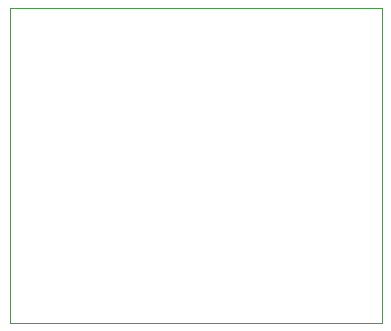
<source format=gbr>
%TF.GenerationSoftware,KiCad,Pcbnew,5.1.7*%
%TF.CreationDate,2020-10-03T21:56:47+01:00*%
%TF.ProjectId,3PDT,33504454-2e6b-4696-9361-645f70636258,V1.0*%
%TF.SameCoordinates,Original*%
%TF.FileFunction,Profile,NP*%
%FSLAX46Y46*%
G04 Gerber Fmt 4.6, Leading zero omitted, Abs format (unit mm)*
G04 Created by KiCad (PCBNEW 5.1.7) date 2020-10-03 21:56:47*
%MOMM*%
%LPD*%
G01*
G04 APERTURE LIST*
%TA.AperFunction,Profile*%
%ADD10C,0.050000*%
%TD*%
G04 APERTURE END LIST*
D10*
X124968000Y-63500000D02*
X156464000Y-63500000D01*
X124968000Y-90170000D02*
X124968000Y-63500000D01*
X156464000Y-90170000D02*
X124968000Y-90170000D01*
X156464000Y-63500000D02*
X156464000Y-90170000D01*
M02*

</source>
